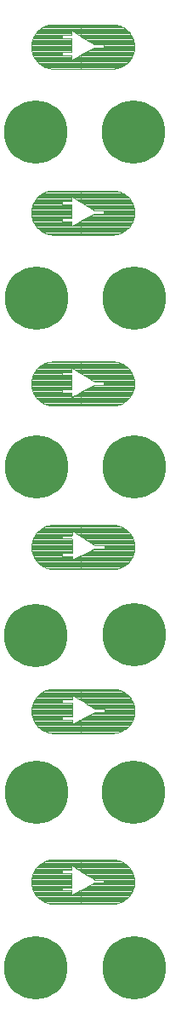
<source format=gts>
G75*
%MOIN*%
%OFA0B0*%
%FSLAX25Y25*%
%IPPOS*%
%LPD*%
%AMOC8*
5,1,8,0,0,1.08239X$1,22.5*
%
%ADD10C,0.24816*%
%ADD11C,0.00394*%
D10*
X0022985Y0075837D03*
X0023169Y0144562D03*
X0023126Y0205982D03*
X0023169Y0271822D03*
X0023186Y0337910D03*
X0023059Y0402798D03*
X0061462Y0402761D03*
X0061535Y0337972D03*
X0061609Y0271932D03*
X0061535Y0206261D03*
X0061425Y0144673D03*
X0061535Y0075911D03*
D11*
X0021946Y0106204D02*
X0021784Y0106618D01*
X0021644Y0107039D01*
X0021526Y0107467D01*
X0021430Y0107901D01*
X0021356Y0108338D01*
X0021305Y0108779D01*
X0021276Y0109222D01*
X0021270Y0109666D01*
X0021287Y0110110D01*
X0021326Y0110552D01*
X0021354Y0110772D01*
X0021427Y0111210D01*
X0021522Y0111644D01*
X0021639Y0112072D01*
X0021778Y0112494D01*
X0021939Y0112908D01*
X0022120Y0113313D01*
X0022322Y0113708D01*
X0022543Y0114093D01*
X0022785Y0114466D01*
X0023045Y0114825D01*
X0023323Y0115172D01*
X0023468Y0115339D01*
X0023772Y0115663D01*
X0024092Y0115971D01*
X0024427Y0116262D01*
X0024777Y0116535D01*
X0024957Y0116665D01*
X0025327Y0116910D01*
X0025517Y0117026D01*
X0025904Y0117242D01*
X0026102Y0117343D01*
X0026505Y0117529D01*
X0026710Y0117614D01*
X0027127Y0117768D01*
X0027550Y0117900D01*
X0027765Y0117959D01*
X0028197Y0118058D01*
X0028415Y0118099D01*
X0028854Y0118165D01*
X0029296Y0118208D01*
X0029740Y0118228D01*
X0029962Y0118230D01*
X0030405Y0118215D01*
X0030848Y0118180D01*
X0040616Y0118180D01*
X0052175Y0118180D01*
X0052618Y0118216D01*
X0053062Y0118230D01*
X0053284Y0118227D01*
X0053728Y0118203D01*
X0053950Y0118182D01*
X0054390Y0118124D01*
X0054827Y0118043D01*
X0055044Y0117994D01*
X0055474Y0117880D01*
X0055897Y0117744D01*
X0056106Y0117667D01*
X0056517Y0117498D01*
X0056719Y0117406D01*
X0057116Y0117206D01*
X0057502Y0116986D01*
X0057691Y0116869D01*
X0058059Y0116620D01*
X0058238Y0116488D01*
X0058586Y0116211D01*
X0058919Y0115917D01*
X0059237Y0115606D01*
X0059538Y0115279D01*
X0059822Y0114937D01*
X0060088Y0114581D01*
X0060335Y0114212D01*
X0060564Y0113830D01*
X0060772Y0113438D01*
X0060960Y0113035D01*
X0061127Y0112623D01*
X0061273Y0112203D01*
X0061338Y0111990D01*
X0061451Y0111560D01*
X0061542Y0111125D01*
X0061611Y0110686D01*
X0061657Y0110244D01*
X0061680Y0109800D01*
X0061684Y0109578D01*
X0061673Y0109134D01*
X0061640Y0108690D01*
X0061585Y0108249D01*
X0061507Y0107812D01*
X0061406Y0107379D01*
X0061284Y0106951D01*
X0061140Y0106531D01*
X0060974Y0106118D01*
X0060787Y0105715D01*
X0060579Y0105322D01*
X0060352Y0104940D01*
X0060106Y0104570D01*
X0059841Y0104213D01*
X0059558Y0103870D01*
X0059258Y0103542D01*
X0059102Y0103384D01*
X0058778Y0103080D01*
X0058438Y0102793D01*
X0058085Y0102524D01*
X0057718Y0102273D01*
X0057338Y0102041D01*
X0056947Y0101830D01*
X0056546Y0101638D01*
X0056135Y0101468D01*
X0055716Y0101320D01*
X0055290Y0101193D01*
X0054858Y0101089D01*
X0054640Y0101045D01*
X0054201Y0100974D01*
X0053759Y0100926D01*
X0053561Y0100895D01*
X0040669Y0100895D01*
X0040616Y0101065D01*
X0040616Y0106177D01*
X0040769Y0106307D01*
X0046097Y0109069D01*
X0049653Y0109072D01*
X0049798Y0109150D01*
X0049798Y0110261D01*
X0049613Y0110298D01*
X0046056Y0110298D01*
X0045866Y0110409D01*
X0040787Y0113607D01*
X0040616Y0113735D01*
X0040616Y0118180D01*
X0040616Y0113740D01*
X0040450Y0113819D01*
X0037256Y0115829D01*
X0037096Y0115897D01*
X0037096Y0114121D01*
X0036914Y0114081D01*
X0033362Y0114081D01*
X0033348Y0113873D01*
X0033348Y0112985D01*
X0033438Y0112853D01*
X0036990Y0112853D01*
X0037096Y0112737D01*
X0037096Y0107409D01*
X0037003Y0107280D01*
X0033451Y0107280D01*
X0033374Y0107135D01*
X0033374Y0106247D01*
X0033401Y0106052D01*
X0036953Y0106052D01*
X0037096Y0105972D01*
X0037096Y0104418D01*
X0037279Y0104497D01*
X0040432Y0106132D01*
X0040616Y0106212D01*
X0040616Y0101106D01*
X0040605Y0100895D01*
X0029283Y0100895D01*
X0029096Y0100941D01*
X0028655Y0100995D01*
X0028436Y0101029D01*
X0028001Y0101116D01*
X0027785Y0101168D01*
X0027358Y0101288D01*
X0026937Y0101431D01*
X0026524Y0101594D01*
X0026121Y0101779D01*
X0025923Y0101879D01*
X0025535Y0102095D01*
X0025345Y0102210D01*
X0024975Y0102455D01*
X0024617Y0102719D01*
X0024274Y0103000D01*
X0023946Y0103299D01*
X0023633Y0103614D01*
X0023483Y0103777D01*
X0023195Y0104116D01*
X0023058Y0104290D01*
X0022797Y0104649D01*
X0022554Y0105021D01*
X0022331Y0105405D01*
X0022128Y0105800D01*
X0021946Y0106204D01*
X0022012Y0106057D02*
X0033400Y0106057D01*
X0033374Y0106449D02*
X0021850Y0106449D01*
X0021710Y0106842D02*
X0033374Y0106842D01*
X0033427Y0107234D02*
X0021590Y0107234D01*
X0021491Y0107626D02*
X0037096Y0107626D01*
X0037096Y0108018D02*
X0021410Y0108018D01*
X0021348Y0108410D02*
X0037096Y0108410D01*
X0037096Y0108803D02*
X0021303Y0108803D01*
X0021278Y0109195D02*
X0037096Y0109195D01*
X0037096Y0109587D02*
X0021271Y0109587D01*
X0021282Y0109979D02*
X0037096Y0109979D01*
X0037096Y0110371D02*
X0021310Y0110371D01*
X0021353Y0110764D02*
X0037096Y0110764D01*
X0037096Y0111156D02*
X0021418Y0111156D01*
X0021501Y0111548D02*
X0037096Y0111548D01*
X0037096Y0111940D02*
X0021603Y0111940D01*
X0021725Y0112332D02*
X0037096Y0112332D01*
X0037096Y0112725D02*
X0021868Y0112725D01*
X0022032Y0113117D02*
X0033348Y0113117D01*
X0033348Y0113509D02*
X0022220Y0113509D01*
X0022433Y0113901D02*
X0033350Y0113901D01*
X0030381Y0118216D02*
X0029459Y0118216D01*
X0027304Y0117823D02*
X0040616Y0117823D01*
X0055649Y0117823D01*
X0056664Y0117431D02*
X0040616Y0117431D01*
X0026294Y0117431D01*
X0025540Y0117039D02*
X0040616Y0117039D01*
X0057410Y0117039D01*
X0058019Y0116647D02*
X0040616Y0116647D01*
X0024933Y0116647D01*
X0024419Y0116255D02*
X0040616Y0116255D01*
X0058532Y0116255D01*
X0058975Y0115862D02*
X0040616Y0115862D01*
X0037178Y0115862D01*
X0037096Y0115862D02*
X0023980Y0115862D01*
X0023591Y0115470D02*
X0037096Y0115470D01*
X0037096Y0115078D02*
X0023247Y0115078D01*
X0022944Y0114686D02*
X0037096Y0114686D01*
X0037096Y0114294D02*
X0022673Y0114294D01*
X0022198Y0105665D02*
X0037096Y0105665D01*
X0037096Y0105273D02*
X0022408Y0105273D01*
X0022646Y0104880D02*
X0037096Y0104880D01*
X0037096Y0104488D02*
X0022914Y0104488D01*
X0023212Y0104096D02*
X0040616Y0104096D01*
X0059744Y0104096D01*
X0060045Y0104488D02*
X0040616Y0104488D01*
X0037259Y0104488D01*
X0038018Y0104880D02*
X0040616Y0104880D01*
X0060313Y0104880D01*
X0060550Y0105273D02*
X0040616Y0105273D01*
X0038775Y0105273D01*
X0039531Y0105665D02*
X0040616Y0105665D01*
X0060760Y0105665D01*
X0060945Y0106057D02*
X0040616Y0106057D01*
X0040288Y0106057D01*
X0041044Y0106449D02*
X0061107Y0106449D01*
X0061246Y0106842D02*
X0041801Y0106842D01*
X0042557Y0107234D02*
X0061365Y0107234D01*
X0061464Y0107626D02*
X0043314Y0107626D01*
X0044071Y0108018D02*
X0061544Y0108018D01*
X0061605Y0108410D02*
X0044827Y0108410D01*
X0045584Y0108803D02*
X0061648Y0108803D01*
X0061675Y0109195D02*
X0049798Y0109195D01*
X0049798Y0109587D02*
X0061683Y0109587D01*
X0061671Y0109979D02*
X0049798Y0109979D01*
X0052617Y0118216D02*
X0053491Y0118216D01*
X0056765Y0101743D02*
X0040616Y0101743D01*
X0026200Y0101743D01*
X0025469Y0102135D02*
X0040616Y0102135D01*
X0057492Y0102135D01*
X0058089Y0102527D02*
X0040616Y0102527D01*
X0024877Y0102527D01*
X0024373Y0102919D02*
X0040616Y0102919D01*
X0058588Y0102919D01*
X0059025Y0103312D02*
X0040616Y0103312D01*
X0023933Y0103312D01*
X0023550Y0103704D02*
X0040616Y0103704D01*
X0059406Y0103704D01*
X0061228Y0112332D02*
X0042811Y0112332D01*
X0043434Y0111940D02*
X0061351Y0111940D01*
X0061454Y0111548D02*
X0044057Y0111548D01*
X0044680Y0111156D02*
X0061536Y0111156D01*
X0061599Y0110764D02*
X0045303Y0110764D01*
X0045931Y0110371D02*
X0061644Y0110371D01*
X0061086Y0112725D02*
X0042188Y0112725D01*
X0041565Y0113117D02*
X0060922Y0113117D01*
X0060734Y0113509D02*
X0040942Y0113509D01*
X0040616Y0113901D02*
X0060521Y0113901D01*
X0060281Y0114294D02*
X0040616Y0114294D01*
X0039696Y0114294D01*
X0039073Y0114686D02*
X0040616Y0114686D01*
X0060010Y0114686D01*
X0059705Y0115078D02*
X0040616Y0115078D01*
X0038450Y0115078D01*
X0037827Y0115470D02*
X0040616Y0115470D01*
X0059362Y0115470D01*
X0055803Y0101351D02*
X0040616Y0101351D01*
X0027174Y0101351D01*
X0028955Y0100958D02*
X0040608Y0100958D01*
X0040649Y0100958D02*
X0054058Y0100958D01*
X0053635Y0167695D02*
X0053833Y0167725D01*
X0054275Y0167774D01*
X0054714Y0167844D01*
X0054932Y0167888D01*
X0055364Y0167993D01*
X0055790Y0168119D01*
X0056209Y0168268D01*
X0056620Y0168438D01*
X0057021Y0168629D01*
X0057412Y0168841D01*
X0057791Y0169072D01*
X0058158Y0169323D01*
X0058512Y0169593D01*
X0058851Y0169880D01*
X0059176Y0170184D01*
X0059332Y0170342D01*
X0059632Y0170670D01*
X0059915Y0171013D01*
X0060179Y0171370D01*
X0060426Y0171739D01*
X0060653Y0172122D01*
X0060860Y0172515D01*
X0061047Y0172918D01*
X0061213Y0173330D01*
X0061357Y0173751D01*
X0061480Y0174178D01*
X0061580Y0174611D01*
X0061658Y0175049D01*
X0061714Y0175490D01*
X0061747Y0175933D01*
X0061757Y0176378D01*
X0061754Y0176600D01*
X0061730Y0177044D01*
X0061684Y0177486D01*
X0061616Y0177925D01*
X0061525Y0178360D01*
X0061411Y0178790D01*
X0061347Y0179003D01*
X0061201Y0179422D01*
X0061034Y0179834D01*
X0060846Y0180237D01*
X0060637Y0180630D01*
X0060409Y0181011D01*
X0060162Y0181381D01*
X0059896Y0181737D01*
X0059612Y0182079D01*
X0059311Y0182406D01*
X0058993Y0182717D01*
X0058660Y0183011D01*
X0058312Y0183288D01*
X0058133Y0183419D01*
X0057765Y0183668D01*
X0057576Y0183786D01*
X0057190Y0184006D01*
X0056793Y0184206D01*
X0056591Y0184298D01*
X0056179Y0184467D01*
X0055971Y0184543D01*
X0055547Y0184679D01*
X0055118Y0184794D01*
X0054901Y0184843D01*
X0054464Y0184924D01*
X0054023Y0184982D01*
X0053802Y0185002D01*
X0053358Y0185027D01*
X0053136Y0185030D01*
X0052692Y0185015D01*
X0052249Y0184980D01*
X0040690Y0184980D01*
X0040690Y0180534D01*
X0040860Y0180406D01*
X0045939Y0177209D01*
X0046130Y0177098D01*
X0049686Y0177098D01*
X0049872Y0177061D01*
X0049872Y0175950D01*
X0049727Y0175872D01*
X0046171Y0175868D01*
X0040843Y0173106D01*
X0040690Y0172977D01*
X0040690Y0167864D01*
X0040742Y0167695D01*
X0053635Y0167695D01*
X0055478Y0168027D02*
X0040690Y0168027D01*
X0027649Y0168027D01*
X0027859Y0167968D02*
X0027431Y0168088D01*
X0027011Y0168230D01*
X0026598Y0168394D01*
X0026194Y0168579D01*
X0025996Y0168679D01*
X0025608Y0168895D01*
X0025419Y0169010D01*
X0025048Y0169255D01*
X0024691Y0169518D01*
X0024348Y0169800D01*
X0024019Y0170099D01*
X0023707Y0170414D01*
X0023556Y0170577D01*
X0023269Y0170915D01*
X0023131Y0171090D01*
X0022870Y0171449D01*
X0022628Y0171821D01*
X0022405Y0172205D01*
X0022202Y0172599D01*
X0022019Y0173004D01*
X0021858Y0173418D01*
X0021718Y0173839D01*
X0021600Y0174267D01*
X0021504Y0174700D01*
X0021430Y0175138D01*
X0021379Y0175579D01*
X0021350Y0176022D01*
X0021344Y0176466D01*
X0021360Y0176909D01*
X0021399Y0177352D01*
X0021427Y0177572D01*
X0021500Y0178010D01*
X0021596Y0178443D01*
X0021713Y0178872D01*
X0021852Y0179293D01*
X0022012Y0179707D01*
X0022194Y0180112D01*
X0022395Y0180508D01*
X0022617Y0180892D01*
X0022858Y0181265D01*
X0023118Y0181625D01*
X0023396Y0181971D01*
X0023542Y0182139D01*
X0023846Y0182462D01*
X0024166Y0182770D01*
X0024501Y0183061D01*
X0024851Y0183334D01*
X0025031Y0183464D01*
X0025401Y0183710D01*
X0025590Y0183826D01*
X0025978Y0184042D01*
X0026176Y0184142D01*
X0026579Y0184328D01*
X0026784Y0184413D01*
X0027200Y0184567D01*
X0027624Y0184700D01*
X0027838Y0184758D01*
X0028271Y0184858D01*
X0028489Y0184899D01*
X0028928Y0184965D01*
X0029370Y0185008D01*
X0029813Y0185028D01*
X0030035Y0185030D01*
X0030479Y0185015D01*
X0030922Y0184980D01*
X0040690Y0184980D01*
X0040690Y0180540D01*
X0040524Y0180618D01*
X0037330Y0182629D01*
X0037170Y0182697D01*
X0037170Y0180921D01*
X0036988Y0180881D01*
X0033436Y0180881D01*
X0033422Y0180673D01*
X0033422Y0179785D01*
X0033512Y0179652D01*
X0037064Y0179652D01*
X0037170Y0179537D01*
X0037170Y0174208D01*
X0037077Y0174079D01*
X0033525Y0174079D01*
X0033448Y0173934D01*
X0033448Y0173046D01*
X0033475Y0172851D01*
X0037027Y0172851D01*
X0037170Y0172772D01*
X0037170Y0171218D01*
X0037352Y0171297D01*
X0040506Y0172932D01*
X0040690Y0173012D01*
X0040690Y0167906D01*
X0040679Y0167695D01*
X0029357Y0167695D01*
X0029170Y0167741D01*
X0028729Y0167794D01*
X0028510Y0167829D01*
X0028074Y0167916D01*
X0027859Y0167968D01*
X0026544Y0168419D02*
X0040690Y0168419D01*
X0056573Y0168419D01*
X0057356Y0168811D02*
X0040690Y0168811D01*
X0025759Y0168811D01*
X0025126Y0169203D02*
X0040690Y0169203D01*
X0057983Y0169203D01*
X0058515Y0169595D02*
X0040690Y0169595D01*
X0024597Y0169595D01*
X0024141Y0169988D02*
X0040690Y0169988D01*
X0058967Y0169988D01*
X0059367Y0170380D02*
X0040690Y0170380D01*
X0023740Y0170380D01*
X0023390Y0170772D02*
X0040690Y0170772D01*
X0059716Y0170772D01*
X0060027Y0171164D02*
X0040690Y0171164D01*
X0023077Y0171164D01*
X0022800Y0171557D02*
X0037170Y0171557D01*
X0037170Y0171949D02*
X0022554Y0171949D01*
X0022335Y0172341D02*
X0037170Y0172341D01*
X0037170Y0172733D02*
X0022142Y0172733D01*
X0021972Y0173125D02*
X0033448Y0173125D01*
X0033448Y0173518D02*
X0021825Y0173518D01*
X0021698Y0173910D02*
X0033448Y0173910D01*
X0033422Y0179793D02*
X0022051Y0179793D01*
X0021894Y0179401D02*
X0037170Y0179401D01*
X0037170Y0179009D02*
X0021758Y0179009D01*
X0021643Y0178616D02*
X0037170Y0178616D01*
X0037170Y0178224D02*
X0021548Y0178224D01*
X0021471Y0177832D02*
X0037170Y0177832D01*
X0037170Y0177440D02*
X0021411Y0177440D01*
X0021372Y0177047D02*
X0037170Y0177047D01*
X0037170Y0176655D02*
X0021351Y0176655D01*
X0021346Y0176263D02*
X0037170Y0176263D01*
X0037170Y0175871D02*
X0021360Y0175871D01*
X0021390Y0175479D02*
X0037170Y0175479D01*
X0037170Y0175086D02*
X0021438Y0175086D01*
X0021505Y0174694D02*
X0037170Y0174694D01*
X0037170Y0174302D02*
X0021592Y0174302D01*
X0022231Y0180185D02*
X0033422Y0180185D01*
X0033422Y0180577D02*
X0022436Y0180577D01*
X0022667Y0180970D02*
X0037170Y0180970D01*
X0037170Y0181362D02*
X0022928Y0181362D01*
X0023222Y0181754D02*
X0037170Y0181754D01*
X0037170Y0182146D02*
X0023549Y0182146D01*
X0023925Y0182538D02*
X0037170Y0182538D01*
X0037473Y0182538D02*
X0040690Y0182538D01*
X0059175Y0182538D01*
X0059549Y0182146D02*
X0040690Y0182146D01*
X0038096Y0182146D01*
X0038720Y0181754D02*
X0040690Y0181754D01*
X0059881Y0181754D01*
X0060174Y0181362D02*
X0040690Y0181362D01*
X0039343Y0181362D01*
X0039966Y0180970D02*
X0040690Y0180970D01*
X0060434Y0180970D01*
X0060665Y0180577D02*
X0040690Y0180577D01*
X0040610Y0180577D01*
X0041212Y0180185D02*
X0060870Y0180185D01*
X0061050Y0179793D02*
X0041835Y0179793D01*
X0042458Y0179401D02*
X0061208Y0179401D01*
X0061345Y0179009D02*
X0043081Y0179009D01*
X0043704Y0178616D02*
X0061457Y0178616D01*
X0061553Y0178224D02*
X0044327Y0178224D01*
X0044950Y0177832D02*
X0061630Y0177832D01*
X0061689Y0177440D02*
X0045572Y0177440D01*
X0045419Y0175479D02*
X0061712Y0175479D01*
X0061742Y0175871D02*
X0048570Y0175871D01*
X0049872Y0176263D02*
X0061755Y0176263D01*
X0061751Y0176655D02*
X0049872Y0176655D01*
X0049872Y0177047D02*
X0061730Y0177047D01*
X0061663Y0175086D02*
X0044662Y0175086D01*
X0043906Y0174694D02*
X0061595Y0174694D01*
X0061509Y0174302D02*
X0043149Y0174302D01*
X0042393Y0173910D02*
X0061403Y0173910D01*
X0061277Y0173518D02*
X0041636Y0173518D01*
X0040879Y0173125D02*
X0061131Y0173125D01*
X0060961Y0172733D02*
X0040690Y0172733D01*
X0040123Y0172733D01*
X0040690Y0172341D02*
X0039367Y0172341D01*
X0038610Y0171949D02*
X0040690Y0171949D01*
X0060550Y0171949D01*
X0060769Y0172341D02*
X0040690Y0172341D01*
X0040690Y0171557D02*
X0060304Y0171557D01*
X0058750Y0182931D02*
X0040690Y0182931D01*
X0024350Y0182931D01*
X0024836Y0183323D02*
X0040690Y0183323D01*
X0058264Y0183323D01*
X0057690Y0183715D02*
X0040690Y0183715D01*
X0025409Y0183715D01*
X0026107Y0184107D02*
X0040690Y0184107D01*
X0056989Y0184107D01*
X0056090Y0184500D02*
X0040690Y0184500D01*
X0027017Y0184500D01*
X0028451Y0184892D02*
X0040690Y0184892D01*
X0054637Y0184892D01*
X0053635Y0231846D02*
X0053833Y0231877D01*
X0054275Y0231925D01*
X0054714Y0231996D01*
X0054932Y0232040D01*
X0055364Y0232144D01*
X0055790Y0232271D01*
X0056209Y0232419D01*
X0056620Y0232589D01*
X0057021Y0232781D01*
X0057412Y0232992D01*
X0057791Y0233224D01*
X0058158Y0233475D01*
X0058512Y0233744D01*
X0058851Y0234031D01*
X0059176Y0234335D01*
X0059332Y0234493D01*
X0059632Y0234821D01*
X0059915Y0235164D01*
X0060179Y0235521D01*
X0060426Y0235891D01*
X0060653Y0236273D01*
X0060860Y0236666D01*
X0061047Y0237070D01*
X0061213Y0237482D01*
X0061357Y0237902D01*
X0061480Y0238330D01*
X0061580Y0238763D01*
X0061658Y0239200D01*
X0061714Y0239641D01*
X0061747Y0240085D01*
X0061757Y0240529D01*
X0061754Y0240751D01*
X0061730Y0241195D01*
X0061684Y0241637D01*
X0061616Y0242076D01*
X0061525Y0242512D01*
X0061411Y0242941D01*
X0061347Y0243154D01*
X0061201Y0243574D01*
X0061034Y0243986D01*
X0060846Y0244389D01*
X0060637Y0244781D01*
X0060409Y0245163D01*
X0060162Y0245532D01*
X0059896Y0245888D01*
X0059612Y0246230D01*
X0059311Y0246557D01*
X0058993Y0246868D01*
X0058660Y0247162D01*
X0058312Y0247439D01*
X0058133Y0247571D01*
X0057765Y0247820D01*
X0057576Y0247937D01*
X0057190Y0248158D01*
X0056793Y0248357D01*
X0056591Y0248449D01*
X0056179Y0248618D01*
X0055971Y0248695D01*
X0055547Y0248831D01*
X0055118Y0248945D01*
X0054901Y0248994D01*
X0054464Y0249075D01*
X0054023Y0249133D01*
X0053802Y0249154D01*
X0053358Y0249178D01*
X0053136Y0249181D01*
X0052692Y0249167D01*
X0052249Y0249132D01*
X0040690Y0249132D01*
X0040690Y0244686D01*
X0040860Y0244558D01*
X0045939Y0241360D01*
X0046130Y0241250D01*
X0049686Y0241250D01*
X0049872Y0241212D01*
X0049872Y0240101D01*
X0049727Y0240023D01*
X0046171Y0240020D01*
X0040843Y0237258D01*
X0040690Y0237129D01*
X0040690Y0232016D01*
X0040742Y0231846D01*
X0053635Y0231846D01*
X0054474Y0231957D02*
X0040708Y0231957D01*
X0040684Y0231957D02*
X0028657Y0231957D01*
X0028729Y0231946D02*
X0029170Y0231892D01*
X0029357Y0231846D01*
X0040679Y0231846D01*
X0040690Y0232057D01*
X0040690Y0237163D01*
X0040506Y0237083D01*
X0037352Y0235448D01*
X0037170Y0235369D01*
X0037170Y0236923D01*
X0037027Y0237003D01*
X0033475Y0237003D01*
X0033448Y0237198D01*
X0033448Y0238086D01*
X0033525Y0238231D01*
X0037077Y0238231D01*
X0037170Y0238360D01*
X0037170Y0243688D01*
X0037064Y0243804D01*
X0033512Y0243804D01*
X0033422Y0243936D01*
X0033422Y0244824D01*
X0033436Y0245032D01*
X0036988Y0245032D01*
X0037170Y0245072D01*
X0037170Y0246848D01*
X0037330Y0246780D01*
X0040524Y0244770D01*
X0040690Y0244691D01*
X0040690Y0249132D01*
X0030922Y0249132D01*
X0030479Y0249166D01*
X0030035Y0249181D01*
X0029813Y0249180D01*
X0029370Y0249159D01*
X0028928Y0249116D01*
X0028489Y0249050D01*
X0028271Y0249009D01*
X0027838Y0248910D01*
X0027624Y0248852D01*
X0027200Y0248719D01*
X0026784Y0248565D01*
X0026579Y0248480D01*
X0026176Y0248294D01*
X0025978Y0248193D01*
X0025590Y0247977D01*
X0025401Y0247861D01*
X0025031Y0247616D01*
X0024851Y0247486D01*
X0024501Y0247213D01*
X0024166Y0246922D01*
X0023846Y0246614D01*
X0023542Y0246290D01*
X0023396Y0246123D01*
X0023118Y0245777D01*
X0022858Y0245417D01*
X0022617Y0245044D01*
X0022395Y0244659D01*
X0022194Y0244264D01*
X0022012Y0243859D01*
X0021852Y0243445D01*
X0021713Y0243023D01*
X0021596Y0242595D01*
X0021500Y0242161D01*
X0021427Y0241723D01*
X0021399Y0241503D01*
X0021360Y0241061D01*
X0021344Y0240617D01*
X0021350Y0240173D01*
X0021379Y0239730D01*
X0021430Y0239289D01*
X0021504Y0238852D01*
X0021600Y0238418D01*
X0021718Y0237990D01*
X0021858Y0237569D01*
X0022019Y0237156D01*
X0022202Y0236751D01*
X0022405Y0236356D01*
X0022628Y0235972D01*
X0022870Y0235600D01*
X0023131Y0235241D01*
X0023269Y0235067D01*
X0023556Y0234729D01*
X0023707Y0234565D01*
X0024019Y0234250D01*
X0024348Y0233951D01*
X0024691Y0233670D01*
X0025048Y0233406D01*
X0025419Y0233161D01*
X0025608Y0233046D01*
X0025996Y0232831D01*
X0026194Y0232730D01*
X0026598Y0232545D01*
X0027011Y0232382D01*
X0027431Y0232239D01*
X0027859Y0232119D01*
X0028074Y0232067D01*
X0028510Y0231981D01*
X0028729Y0231946D01*
X0027106Y0232349D02*
X0040690Y0232349D01*
X0056011Y0232349D01*
X0056939Y0232742D02*
X0040690Y0232742D01*
X0026172Y0232742D01*
X0025464Y0233134D02*
X0040690Y0233134D01*
X0057644Y0233134D01*
X0058226Y0233526D02*
X0040690Y0233526D01*
X0024886Y0233526D01*
X0024388Y0233918D02*
X0040690Y0233918D01*
X0058718Y0233918D01*
X0059149Y0234310D02*
X0040690Y0234310D01*
X0023959Y0234310D01*
X0023580Y0234703D02*
X0040690Y0234703D01*
X0059523Y0234703D01*
X0059857Y0235095D02*
X0040690Y0235095D01*
X0023246Y0235095D01*
X0022953Y0235487D02*
X0037170Y0235487D01*
X0037428Y0235487D02*
X0040690Y0235487D01*
X0060154Y0235487D01*
X0060418Y0235879D02*
X0040690Y0235879D01*
X0038184Y0235879D01*
X0038941Y0236272D02*
X0040690Y0236272D01*
X0060652Y0236272D01*
X0060859Y0236664D02*
X0040690Y0236664D01*
X0039697Y0236664D01*
X0040453Y0237056D02*
X0040690Y0237056D01*
X0061041Y0237056D01*
X0061200Y0237448D02*
X0041210Y0237448D01*
X0041967Y0237840D02*
X0061336Y0237840D01*
X0061452Y0238233D02*
X0042723Y0238233D01*
X0043480Y0238625D02*
X0061548Y0238625D01*
X0061626Y0239017D02*
X0044236Y0239017D01*
X0044993Y0239409D02*
X0061685Y0239409D01*
X0061726Y0239801D02*
X0045750Y0239801D01*
X0045923Y0241370D02*
X0061712Y0241370D01*
X0061742Y0240978D02*
X0049872Y0240978D01*
X0049872Y0240586D02*
X0061756Y0240586D01*
X0061749Y0240194D02*
X0049872Y0240194D01*
X0045300Y0241762D02*
X0061665Y0241762D01*
X0061599Y0242155D02*
X0044677Y0242155D01*
X0044054Y0242547D02*
X0061515Y0242547D01*
X0061412Y0242939D02*
X0043432Y0242939D01*
X0042809Y0243331D02*
X0061285Y0243331D01*
X0061140Y0243724D02*
X0042186Y0243724D01*
X0041563Y0244116D02*
X0060973Y0244116D01*
X0060782Y0244508D02*
X0040940Y0244508D01*
X0040690Y0244900D02*
X0060566Y0244900D01*
X0060322Y0245292D02*
X0040690Y0245292D01*
X0039694Y0245292D01*
X0040317Y0244900D02*
X0040690Y0244900D01*
X0040690Y0245685D02*
X0060048Y0245685D01*
X0059739Y0246077D02*
X0040690Y0246077D01*
X0038447Y0246077D01*
X0037824Y0246469D02*
X0040690Y0246469D01*
X0059392Y0246469D01*
X0059000Y0246861D02*
X0040690Y0246861D01*
X0024103Y0246861D01*
X0023710Y0246469D02*
X0037170Y0246469D01*
X0037170Y0246077D02*
X0023359Y0246077D01*
X0023052Y0245685D02*
X0037170Y0245685D01*
X0037170Y0245292D02*
X0022778Y0245292D01*
X0022534Y0244900D02*
X0033427Y0244900D01*
X0033422Y0244508D02*
X0022318Y0244508D01*
X0022127Y0244116D02*
X0033422Y0244116D01*
X0033448Y0237840D02*
X0021768Y0237840D01*
X0021651Y0238233D02*
X0037078Y0238233D01*
X0037170Y0238625D02*
X0021554Y0238625D01*
X0021476Y0239017D02*
X0037170Y0239017D01*
X0037170Y0239409D02*
X0021416Y0239409D01*
X0021374Y0239801D02*
X0037170Y0239801D01*
X0037170Y0240194D02*
X0021350Y0240194D01*
X0021344Y0240586D02*
X0037170Y0240586D01*
X0037170Y0240978D02*
X0021357Y0240978D01*
X0021388Y0241370D02*
X0037170Y0241370D01*
X0037170Y0241762D02*
X0021434Y0241762D01*
X0021499Y0242155D02*
X0037170Y0242155D01*
X0037170Y0242547D02*
X0021585Y0242547D01*
X0021690Y0242939D02*
X0037170Y0242939D01*
X0037170Y0243331D02*
X0021815Y0243331D01*
X0021960Y0243724D02*
X0037137Y0243724D01*
X0037170Y0236664D02*
X0022247Y0236664D01*
X0022064Y0237056D02*
X0033467Y0237056D01*
X0033448Y0237448D02*
X0021905Y0237448D01*
X0022454Y0236272D02*
X0037170Y0236272D01*
X0037170Y0235879D02*
X0022689Y0235879D01*
X0024553Y0247253D02*
X0040690Y0247253D01*
X0058545Y0247253D01*
X0058022Y0247646D02*
X0040690Y0247646D01*
X0025076Y0247646D01*
X0025699Y0248038D02*
X0040690Y0248038D01*
X0057400Y0248038D01*
X0056633Y0248430D02*
X0040690Y0248430D01*
X0026471Y0248430D01*
X0027531Y0248822D02*
X0040690Y0248822D01*
X0055574Y0248822D01*
X0053561Y0295777D02*
X0053759Y0295808D01*
X0054201Y0295856D01*
X0054640Y0295927D01*
X0054858Y0295970D01*
X0055290Y0296075D01*
X0055716Y0296202D01*
X0056135Y0296350D01*
X0056546Y0296520D01*
X0056947Y0296711D01*
X0057338Y0296923D01*
X0057718Y0297155D01*
X0058085Y0297405D01*
X0058438Y0297675D01*
X0058778Y0297962D01*
X0059102Y0298266D01*
X0059258Y0298424D01*
X0059558Y0298752D01*
X0059841Y0299095D01*
X0060106Y0299452D01*
X0060352Y0299822D01*
X0060579Y0300204D01*
X0060787Y0300597D01*
X0060974Y0301000D01*
X0061140Y0301413D01*
X0061284Y0301833D01*
X0061406Y0302260D01*
X0061507Y0302693D01*
X0061585Y0303131D01*
X0061640Y0303572D01*
X0061673Y0304015D01*
X0061684Y0304460D01*
X0061680Y0304682D01*
X0061657Y0305126D01*
X0061611Y0305568D01*
X0061542Y0306007D01*
X0061451Y0306442D01*
X0061338Y0306872D01*
X0061273Y0307085D01*
X0061127Y0307505D01*
X0060960Y0307917D01*
X0060772Y0308319D01*
X0060564Y0308712D01*
X0060335Y0309093D01*
X0060088Y0309463D01*
X0059822Y0309819D01*
X0059538Y0310161D01*
X0059237Y0310488D01*
X0058919Y0310799D01*
X0058586Y0311093D01*
X0058238Y0311370D01*
X0058059Y0311502D01*
X0057691Y0311751D01*
X0057502Y0311868D01*
X0057116Y0312088D01*
X0056719Y0312288D01*
X0056517Y0312380D01*
X0056106Y0312549D01*
X0055897Y0312625D01*
X0055474Y0312762D01*
X0055044Y0312876D01*
X0054827Y0312925D01*
X0054390Y0313006D01*
X0053950Y0313064D01*
X0053728Y0313085D01*
X0053284Y0313109D01*
X0053062Y0313112D01*
X0052618Y0313098D01*
X0052175Y0313062D01*
X0040616Y0313062D01*
X0040616Y0308617D01*
X0040787Y0308489D01*
X0045866Y0305291D01*
X0046056Y0305180D01*
X0049613Y0305180D01*
X0049798Y0305143D01*
X0049798Y0304032D01*
X0049653Y0303954D01*
X0046097Y0303951D01*
X0040769Y0301189D01*
X0040616Y0301059D01*
X0040616Y0295947D01*
X0040669Y0295777D01*
X0053561Y0295777D01*
X0054399Y0295888D02*
X0040634Y0295888D01*
X0040611Y0295888D02*
X0028584Y0295888D01*
X0028655Y0295876D02*
X0029096Y0295823D01*
X0029283Y0295777D01*
X0040605Y0295777D01*
X0040616Y0295988D01*
X0040616Y0301094D01*
X0040432Y0301014D01*
X0037279Y0299379D01*
X0037096Y0299300D01*
X0037096Y0300854D01*
X0036953Y0300933D01*
X0033401Y0300933D01*
X0033374Y0301128D01*
X0033374Y0302016D01*
X0033451Y0302162D01*
X0037003Y0302162D01*
X0037096Y0302291D01*
X0037096Y0307619D01*
X0036990Y0307735D01*
X0033438Y0307735D01*
X0033348Y0307867D01*
X0033348Y0308755D01*
X0033362Y0308963D01*
X0036914Y0308963D01*
X0037096Y0309003D01*
X0037096Y0310779D01*
X0037256Y0310711D01*
X0040450Y0308701D01*
X0040616Y0308622D01*
X0040616Y0313062D01*
X0030848Y0313062D01*
X0030405Y0313097D01*
X0029962Y0313112D01*
X0029740Y0313110D01*
X0029296Y0313090D01*
X0028854Y0313047D01*
X0028415Y0312981D01*
X0028197Y0312940D01*
X0027765Y0312840D01*
X0027550Y0312782D01*
X0027127Y0312650D01*
X0026710Y0312496D01*
X0026505Y0312411D01*
X0026102Y0312225D01*
X0025904Y0312124D01*
X0025517Y0311908D01*
X0025327Y0311792D01*
X0024957Y0311546D01*
X0024777Y0311417D01*
X0024427Y0311143D01*
X0024092Y0310852D01*
X0023772Y0310545D01*
X0023468Y0310221D01*
X0023323Y0310053D01*
X0023045Y0309707D01*
X0022785Y0309347D01*
X0022543Y0308975D01*
X0022322Y0308590D01*
X0022120Y0308195D01*
X0021939Y0307789D01*
X0021778Y0307375D01*
X0021639Y0306954D01*
X0021522Y0306526D01*
X0021427Y0306092D01*
X0021354Y0305654D01*
X0021326Y0305434D01*
X0021287Y0304992D01*
X0021270Y0304548D01*
X0021276Y0304104D01*
X0021305Y0303661D01*
X0021356Y0303220D01*
X0021430Y0302782D01*
X0021526Y0302349D01*
X0021644Y0301921D01*
X0021784Y0301500D01*
X0021946Y0301086D01*
X0022128Y0300682D01*
X0022331Y0300287D01*
X0022554Y0299903D01*
X0022797Y0299531D01*
X0023058Y0299172D01*
X0023195Y0298997D01*
X0023483Y0298659D01*
X0023633Y0298496D01*
X0023946Y0298181D01*
X0024274Y0297882D01*
X0024617Y0297601D01*
X0024975Y0297337D01*
X0025345Y0297092D01*
X0025535Y0296977D01*
X0025923Y0296761D01*
X0026121Y0296661D01*
X0026524Y0296476D01*
X0026937Y0296313D01*
X0027358Y0296170D01*
X0027785Y0296050D01*
X0028001Y0295998D01*
X0028436Y0295911D01*
X0028655Y0295876D01*
X0027033Y0296280D02*
X0040616Y0296280D01*
X0055937Y0296280D01*
X0056865Y0296672D02*
X0040616Y0296672D01*
X0026099Y0296672D01*
X0025391Y0297064D02*
X0040616Y0297064D01*
X0057570Y0297064D01*
X0058152Y0297457D02*
X0040616Y0297457D01*
X0024812Y0297457D01*
X0024315Y0297849D02*
X0040616Y0297849D01*
X0058644Y0297849D01*
X0059076Y0298241D02*
X0040616Y0298241D01*
X0023886Y0298241D01*
X0023507Y0298633D02*
X0040616Y0298633D01*
X0059450Y0298633D01*
X0059784Y0299025D02*
X0040616Y0299025D01*
X0023173Y0299025D01*
X0022879Y0299418D02*
X0037096Y0299418D01*
X0037354Y0299418D02*
X0040616Y0299418D01*
X0060081Y0299418D01*
X0060345Y0299810D02*
X0040616Y0299810D01*
X0038110Y0299810D01*
X0038867Y0300202D02*
X0040616Y0300202D01*
X0060578Y0300202D01*
X0060785Y0300594D02*
X0040616Y0300594D01*
X0039623Y0300594D01*
X0040379Y0300987D02*
X0040616Y0300987D01*
X0060967Y0300987D01*
X0061126Y0301379D02*
X0041136Y0301379D01*
X0041893Y0301771D02*
X0061262Y0301771D01*
X0061378Y0302163D02*
X0042649Y0302163D01*
X0043406Y0302555D02*
X0061475Y0302555D01*
X0061552Y0302948D02*
X0044162Y0302948D01*
X0044919Y0303340D02*
X0061611Y0303340D01*
X0061652Y0303732D02*
X0045676Y0303732D01*
X0045850Y0305301D02*
X0061639Y0305301D01*
X0061668Y0304909D02*
X0049798Y0304909D01*
X0049798Y0304516D02*
X0061683Y0304516D01*
X0061676Y0304124D02*
X0049798Y0304124D01*
X0045227Y0305693D02*
X0061591Y0305693D01*
X0061526Y0306085D02*
X0044604Y0306085D01*
X0043981Y0306477D02*
X0061442Y0306477D01*
X0061338Y0306870D02*
X0043358Y0306870D01*
X0042735Y0307262D02*
X0061212Y0307262D01*
X0061067Y0307654D02*
X0042112Y0307654D01*
X0041489Y0308046D02*
X0060900Y0308046D01*
X0060709Y0308439D02*
X0040866Y0308439D01*
X0040616Y0308831D02*
X0060493Y0308831D01*
X0060249Y0309223D02*
X0040616Y0309223D01*
X0039620Y0309223D01*
X0038997Y0309615D02*
X0040616Y0309615D01*
X0059974Y0309615D01*
X0059665Y0310007D02*
X0040616Y0310007D01*
X0038374Y0310007D01*
X0037751Y0310400D02*
X0040616Y0310400D01*
X0059318Y0310400D01*
X0058926Y0310792D02*
X0040616Y0310792D01*
X0024029Y0310792D01*
X0023636Y0310400D02*
X0037096Y0310400D01*
X0037096Y0310007D02*
X0023286Y0310007D01*
X0022978Y0309615D02*
X0037096Y0309615D01*
X0037096Y0309223D02*
X0022704Y0309223D01*
X0022461Y0308831D02*
X0033353Y0308831D01*
X0033348Y0308439D02*
X0022244Y0308439D01*
X0022054Y0308046D02*
X0033348Y0308046D01*
X0033374Y0301771D02*
X0021694Y0301771D01*
X0021577Y0302163D02*
X0037004Y0302163D01*
X0037096Y0302555D02*
X0021480Y0302555D01*
X0021402Y0302948D02*
X0037096Y0302948D01*
X0037096Y0303340D02*
X0021342Y0303340D01*
X0021300Y0303732D02*
X0037096Y0303732D01*
X0037096Y0304124D02*
X0021276Y0304124D01*
X0021270Y0304516D02*
X0037096Y0304516D01*
X0037096Y0304909D02*
X0021284Y0304909D01*
X0021314Y0305301D02*
X0037096Y0305301D01*
X0037096Y0305693D02*
X0021360Y0305693D01*
X0021426Y0306085D02*
X0037096Y0306085D01*
X0037096Y0306477D02*
X0021511Y0306477D01*
X0021616Y0306870D02*
X0037096Y0306870D01*
X0037096Y0307262D02*
X0021741Y0307262D01*
X0021886Y0307654D02*
X0037064Y0307654D01*
X0037096Y0300594D02*
X0022173Y0300594D01*
X0021991Y0300987D02*
X0033394Y0300987D01*
X0033374Y0301379D02*
X0021832Y0301379D01*
X0022381Y0300202D02*
X0037096Y0300202D01*
X0037096Y0299810D02*
X0022615Y0299810D01*
X0024479Y0311184D02*
X0040616Y0311184D01*
X0058472Y0311184D01*
X0057949Y0311576D02*
X0040616Y0311576D01*
X0025002Y0311576D01*
X0025625Y0311968D02*
X0040616Y0311968D01*
X0057326Y0311968D01*
X0056560Y0312361D02*
X0040616Y0312361D01*
X0026397Y0312361D01*
X0027456Y0312753D02*
X0040616Y0312753D01*
X0055501Y0312753D01*
X0053561Y0362706D02*
X0053759Y0362737D01*
X0054201Y0362785D01*
X0054640Y0362856D01*
X0054858Y0362900D01*
X0055290Y0363004D01*
X0055716Y0363131D01*
X0056135Y0363279D01*
X0056546Y0363449D01*
X0056947Y0363641D01*
X0057338Y0363852D01*
X0057718Y0364084D01*
X0058085Y0364335D01*
X0058438Y0364604D01*
X0058778Y0364891D01*
X0059102Y0365195D01*
X0059258Y0365353D01*
X0059558Y0365681D01*
X0059841Y0366024D01*
X0060106Y0366381D01*
X0060352Y0366751D01*
X0060579Y0367133D01*
X0060787Y0367526D01*
X0060974Y0367929D01*
X0061140Y0368342D01*
X0061284Y0368762D01*
X0061406Y0369190D01*
X0061507Y0369623D01*
X0061585Y0370060D01*
X0061640Y0370501D01*
X0061673Y0370945D01*
X0061684Y0371389D01*
X0061680Y0371611D01*
X0061657Y0372055D01*
X0061611Y0372497D01*
X0061542Y0372936D01*
X0061451Y0373371D01*
X0061338Y0373801D01*
X0061273Y0374014D01*
X0061127Y0374434D01*
X0060960Y0374846D01*
X0060772Y0375249D01*
X0060564Y0375641D01*
X0060335Y0376023D01*
X0060088Y0376392D01*
X0059822Y0376748D01*
X0059538Y0377090D01*
X0059237Y0377417D01*
X0058919Y0377728D01*
X0058586Y0378022D01*
X0058238Y0378299D01*
X0058059Y0378431D01*
X0057691Y0378680D01*
X0057502Y0378797D01*
X0057116Y0379017D01*
X0056719Y0379217D01*
X0056517Y0379309D01*
X0056106Y0379478D01*
X0055897Y0379555D01*
X0055474Y0379691D01*
X0055044Y0379805D01*
X0054827Y0379854D01*
X0054390Y0379935D01*
X0053950Y0379993D01*
X0053728Y0380014D01*
X0053284Y0380038D01*
X0053062Y0380041D01*
X0052618Y0380027D01*
X0052175Y0379991D01*
X0040616Y0379991D01*
X0040616Y0375546D01*
X0040787Y0375418D01*
X0045866Y0372220D01*
X0046056Y0372109D01*
X0049613Y0372109D01*
X0049798Y0372072D01*
X0049798Y0370961D01*
X0049653Y0370883D01*
X0046097Y0370880D01*
X0040769Y0368118D01*
X0040616Y0367988D01*
X0040616Y0362876D01*
X0040669Y0362706D01*
X0053561Y0362706D01*
X0055092Y0362956D02*
X0040616Y0362956D01*
X0027881Y0362956D01*
X0027785Y0362979D02*
X0028001Y0362927D01*
X0028436Y0362840D01*
X0028655Y0362806D01*
X0029096Y0362752D01*
X0029283Y0362706D01*
X0040605Y0362706D01*
X0040616Y0362917D01*
X0040616Y0368023D01*
X0040432Y0367943D01*
X0037279Y0366308D01*
X0037096Y0366229D01*
X0037096Y0367783D01*
X0036953Y0367863D01*
X0033401Y0367863D01*
X0033374Y0368058D01*
X0033374Y0368946D01*
X0033451Y0369091D01*
X0037003Y0369091D01*
X0037096Y0369220D01*
X0037096Y0374548D01*
X0036990Y0374664D01*
X0033438Y0374664D01*
X0033348Y0374796D01*
X0033348Y0375684D01*
X0033362Y0375892D01*
X0036914Y0375892D01*
X0037096Y0375932D01*
X0037096Y0377708D01*
X0037256Y0377640D01*
X0040450Y0375630D01*
X0040616Y0375551D01*
X0040616Y0379991D01*
X0030848Y0379991D01*
X0030405Y0380026D01*
X0029962Y0380041D01*
X0029740Y0380039D01*
X0029296Y0380019D01*
X0028854Y0379976D01*
X0028415Y0379910D01*
X0028197Y0379869D01*
X0027765Y0379770D01*
X0027550Y0379711D01*
X0027127Y0379579D01*
X0026710Y0379425D01*
X0026505Y0379340D01*
X0026102Y0379154D01*
X0025904Y0379053D01*
X0025517Y0378837D01*
X0025327Y0378721D01*
X0024957Y0378476D01*
X0024777Y0378346D01*
X0024427Y0378073D01*
X0024092Y0377782D01*
X0023772Y0377474D01*
X0023468Y0377150D01*
X0023323Y0376983D01*
X0023045Y0376636D01*
X0022785Y0376277D01*
X0022543Y0375904D01*
X0022322Y0375519D01*
X0022120Y0375124D01*
X0021939Y0374719D01*
X0021778Y0374305D01*
X0021639Y0373883D01*
X0021522Y0373455D01*
X0021427Y0373021D01*
X0021354Y0372583D01*
X0021326Y0372363D01*
X0021287Y0371921D01*
X0021270Y0371477D01*
X0021276Y0371033D01*
X0021305Y0370590D01*
X0021356Y0370149D01*
X0021430Y0369712D01*
X0021526Y0369278D01*
X0021644Y0368850D01*
X0021784Y0368429D01*
X0021946Y0368015D01*
X0022128Y0367611D01*
X0022331Y0367216D01*
X0022554Y0366832D01*
X0022797Y0366460D01*
X0023058Y0366101D01*
X0023195Y0365927D01*
X0023483Y0365588D01*
X0023633Y0365425D01*
X0023946Y0365110D01*
X0024274Y0364811D01*
X0024617Y0364530D01*
X0024975Y0364266D01*
X0025345Y0364021D01*
X0025535Y0363906D01*
X0025923Y0363690D01*
X0026121Y0363590D01*
X0026524Y0363405D01*
X0026937Y0363242D01*
X0027358Y0363099D01*
X0027785Y0362979D01*
X0026668Y0363348D02*
X0040616Y0363348D01*
X0056302Y0363348D01*
X0057131Y0363740D02*
X0040616Y0363740D01*
X0025833Y0363740D01*
X0025176Y0364133D02*
X0040616Y0364133D01*
X0057789Y0364133D01*
X0058334Y0364525D02*
X0040616Y0364525D01*
X0024624Y0364525D01*
X0024158Y0364917D02*
X0040616Y0364917D01*
X0058805Y0364917D01*
X0059215Y0365309D02*
X0040616Y0365309D01*
X0023748Y0365309D01*
X0023387Y0365702D02*
X0040616Y0365702D01*
X0059575Y0365702D01*
X0059893Y0366094D02*
X0040616Y0366094D01*
X0023064Y0366094D01*
X0022780Y0366486D02*
X0037096Y0366486D01*
X0037096Y0366878D02*
X0022528Y0366878D01*
X0022303Y0367270D02*
X0037096Y0367270D01*
X0037096Y0367663D02*
X0022105Y0367663D01*
X0021930Y0368055D02*
X0033375Y0368055D01*
X0033374Y0368447D02*
X0021778Y0368447D01*
X0021648Y0368839D02*
X0033374Y0368839D01*
X0033398Y0374722D02*
X0021940Y0374722D01*
X0021788Y0374330D02*
X0037096Y0374330D01*
X0037096Y0373938D02*
X0021657Y0373938D01*
X0021547Y0373546D02*
X0037096Y0373546D01*
X0037096Y0373154D02*
X0021456Y0373154D01*
X0021383Y0372761D02*
X0037096Y0372761D01*
X0037096Y0372369D02*
X0021327Y0372369D01*
X0021292Y0371977D02*
X0037096Y0371977D01*
X0037096Y0371585D02*
X0021274Y0371585D01*
X0021274Y0371192D02*
X0037096Y0371192D01*
X0037096Y0370800D02*
X0021291Y0370800D01*
X0021326Y0370408D02*
X0037096Y0370408D01*
X0037096Y0370016D02*
X0021379Y0370016D01*
X0021449Y0369624D02*
X0037096Y0369624D01*
X0037096Y0369231D02*
X0021539Y0369231D01*
X0022116Y0375115D02*
X0033348Y0375115D01*
X0033348Y0375507D02*
X0022315Y0375507D01*
X0022541Y0375899D02*
X0036946Y0375899D01*
X0037096Y0376291D02*
X0022795Y0376291D01*
X0023082Y0376683D02*
X0037096Y0376683D01*
X0037096Y0377076D02*
X0023403Y0377076D01*
X0023766Y0377468D02*
X0037096Y0377468D01*
X0037530Y0377468D02*
X0040616Y0377468D01*
X0059185Y0377468D01*
X0059550Y0377076D02*
X0040616Y0377076D01*
X0038153Y0377076D01*
X0038776Y0376683D02*
X0040616Y0376683D01*
X0059870Y0376683D01*
X0060156Y0376291D02*
X0040616Y0376291D01*
X0039399Y0376291D01*
X0040022Y0375899D02*
X0040616Y0375899D01*
X0060409Y0375899D01*
X0060635Y0375507D02*
X0040668Y0375507D01*
X0041268Y0375115D02*
X0060835Y0375115D01*
X0061010Y0374722D02*
X0041891Y0374722D01*
X0042514Y0374330D02*
X0061163Y0374330D01*
X0061296Y0373938D02*
X0043137Y0373938D01*
X0043760Y0373546D02*
X0061405Y0373546D01*
X0061497Y0373154D02*
X0044383Y0373154D01*
X0045006Y0372761D02*
X0061570Y0372761D01*
X0061624Y0372369D02*
X0045629Y0372369D01*
X0045944Y0370800D02*
X0061662Y0370800D01*
X0061679Y0371192D02*
X0049798Y0371192D01*
X0049798Y0371585D02*
X0061681Y0371585D01*
X0061661Y0371977D02*
X0049798Y0371977D01*
X0045187Y0370408D02*
X0061628Y0370408D01*
X0061577Y0370016D02*
X0044431Y0370016D01*
X0043674Y0369624D02*
X0061507Y0369624D01*
X0061416Y0369231D02*
X0042918Y0369231D01*
X0042161Y0368839D02*
X0061306Y0368839D01*
X0061176Y0368447D02*
X0041404Y0368447D01*
X0040695Y0368055D02*
X0061024Y0368055D01*
X0060850Y0367663D02*
X0040616Y0367663D01*
X0039891Y0367663D01*
X0040616Y0367270D02*
X0039135Y0367270D01*
X0038378Y0366878D02*
X0040616Y0366878D01*
X0060428Y0366878D01*
X0060652Y0367270D02*
X0040616Y0367270D01*
X0040616Y0366486D02*
X0060176Y0366486D01*
X0058770Y0377860D02*
X0040616Y0377860D01*
X0024182Y0377860D01*
X0024657Y0378252D02*
X0040616Y0378252D01*
X0058297Y0378252D01*
X0057743Y0378645D02*
X0040616Y0378645D01*
X0025211Y0378645D01*
X0025875Y0379037D02*
X0040616Y0379037D01*
X0057078Y0379037D01*
X0056226Y0379429D02*
X0040616Y0379429D01*
X0026722Y0379429D01*
X0027989Y0379821D02*
X0040616Y0379821D01*
X0054974Y0379821D01*
X0053561Y0427667D02*
X0053759Y0427697D01*
X0054201Y0427746D01*
X0054640Y0427816D01*
X0054858Y0427860D01*
X0055290Y0427965D01*
X0055716Y0428091D01*
X0056135Y0428240D01*
X0056546Y0428410D01*
X0056947Y0428601D01*
X0057338Y0428813D01*
X0057718Y0429044D01*
X0058085Y0429295D01*
X0058438Y0429565D01*
X0058778Y0429852D01*
X0059102Y0430155D01*
X0059258Y0430314D01*
X0059558Y0430642D01*
X0059841Y0430985D01*
X0060106Y0431342D01*
X0060352Y0431711D01*
X0060579Y0432094D01*
X0060787Y0432487D01*
X0060974Y0432890D01*
X0061140Y0433302D01*
X0061284Y0433723D01*
X0061406Y0434150D01*
X0061507Y0434583D01*
X0061585Y0435021D01*
X0061640Y0435462D01*
X0061673Y0435905D01*
X0061684Y0436350D01*
X0061680Y0436572D01*
X0061657Y0437016D01*
X0061611Y0437458D01*
X0061542Y0437897D01*
X0061451Y0438332D01*
X0061338Y0438762D01*
X0061273Y0438975D01*
X0061127Y0439394D01*
X0060960Y0439806D01*
X0060772Y0440209D01*
X0060564Y0440602D01*
X0060335Y0440983D01*
X0060088Y0441353D01*
X0059822Y0441709D01*
X0059538Y0442051D01*
X0059237Y0442378D01*
X0058919Y0442689D01*
X0058586Y0442983D01*
X0058238Y0443260D01*
X0058059Y0443391D01*
X0057691Y0443640D01*
X0057502Y0443758D01*
X0057116Y0443978D01*
X0056719Y0444178D01*
X0056517Y0444270D01*
X0056106Y0444439D01*
X0055897Y0444515D01*
X0055474Y0444651D01*
X0055044Y0444766D01*
X0054827Y0444815D01*
X0054390Y0444896D01*
X0053950Y0444954D01*
X0053728Y0444974D01*
X0053284Y0444999D01*
X0053062Y0445002D01*
X0052618Y0444987D01*
X0052175Y0444952D01*
X0040616Y0444952D01*
X0040616Y0440506D01*
X0040787Y0440378D01*
X0045866Y0437181D01*
X0046056Y0437070D01*
X0049613Y0437070D01*
X0049798Y0437033D01*
X0049798Y0435922D01*
X0049653Y0435844D01*
X0046097Y0435840D01*
X0040769Y0433078D01*
X0040616Y0432949D01*
X0040616Y0427836D01*
X0040669Y0427667D01*
X0053561Y0427667D01*
X0053588Y0427671D02*
X0040667Y0427671D01*
X0040605Y0427671D02*
X0029266Y0427671D01*
X0029283Y0427667D02*
X0040605Y0427667D01*
X0040616Y0427878D01*
X0040616Y0432984D01*
X0040432Y0432904D01*
X0037279Y0431269D01*
X0037096Y0431190D01*
X0037096Y0432744D01*
X0036953Y0432823D01*
X0033401Y0432823D01*
X0033374Y0433018D01*
X0033374Y0433906D01*
X0033451Y0434051D01*
X0037003Y0434051D01*
X0037096Y0434180D01*
X0037096Y0439509D01*
X0036990Y0439624D01*
X0033438Y0439624D01*
X0033348Y0439757D01*
X0033348Y0440645D01*
X0033362Y0440853D01*
X0036914Y0440853D01*
X0037096Y0440893D01*
X0037096Y0442669D01*
X0037256Y0442601D01*
X0040450Y0440590D01*
X0040616Y0440512D01*
X0040616Y0444952D01*
X0030848Y0444952D01*
X0030405Y0444987D01*
X0029962Y0445002D01*
X0029740Y0445000D01*
X0029296Y0444980D01*
X0028854Y0444937D01*
X0028415Y0444871D01*
X0028197Y0444830D01*
X0027765Y0444730D01*
X0027550Y0444672D01*
X0027127Y0444539D01*
X0026710Y0444385D01*
X0026505Y0444300D01*
X0026102Y0444114D01*
X0025904Y0444014D01*
X0025517Y0443798D01*
X0025327Y0443682D01*
X0024957Y0443436D01*
X0024777Y0443306D01*
X0024427Y0443033D01*
X0024092Y0442742D01*
X0023772Y0442434D01*
X0023468Y0442111D01*
X0023323Y0441943D01*
X0023045Y0441597D01*
X0022785Y0441237D01*
X0022543Y0440864D01*
X0022322Y0440480D01*
X0022120Y0440084D01*
X0021939Y0439679D01*
X0021778Y0439265D01*
X0021639Y0438844D01*
X0021522Y0438415D01*
X0021427Y0437982D01*
X0021354Y0437544D01*
X0021326Y0437324D01*
X0021287Y0436881D01*
X0021270Y0436438D01*
X0021276Y0435994D01*
X0021305Y0435551D01*
X0021356Y0435110D01*
X0021430Y0434672D01*
X0021526Y0434239D01*
X0021644Y0433811D01*
X0021784Y0433390D01*
X0021946Y0432976D01*
X0022128Y0432571D01*
X0022331Y0432177D01*
X0022554Y0431793D01*
X0022797Y0431421D01*
X0023058Y0431062D01*
X0023195Y0430887D01*
X0023483Y0430549D01*
X0023633Y0430386D01*
X0023946Y0430071D01*
X0024274Y0429772D01*
X0024617Y0429490D01*
X0024975Y0429227D01*
X0025345Y0428982D01*
X0025535Y0428867D01*
X0025923Y0428651D01*
X0026121Y0428551D01*
X0026524Y0428366D01*
X0026937Y0428202D01*
X0027358Y0428060D01*
X0027785Y0427940D01*
X0028001Y0427888D01*
X0028436Y0427801D01*
X0028655Y0427766D01*
X0029096Y0427713D01*
X0029283Y0427667D01*
X0027348Y0428063D02*
X0040616Y0428063D01*
X0055621Y0428063D01*
X0056641Y0428455D02*
X0040616Y0428455D01*
X0026329Y0428455D01*
X0025569Y0428848D02*
X0040616Y0428848D01*
X0057395Y0428848D01*
X0058004Y0429240D02*
X0040616Y0429240D01*
X0024957Y0429240D01*
X0024445Y0429632D02*
X0040616Y0429632D01*
X0058518Y0429632D01*
X0058962Y0430024D02*
X0040616Y0430024D01*
X0023997Y0430024D01*
X0023605Y0430416D02*
X0040616Y0430416D01*
X0059352Y0430416D01*
X0059696Y0430809D02*
X0040616Y0430809D01*
X0023262Y0430809D01*
X0022956Y0431201D02*
X0037096Y0431201D01*
X0037122Y0431201D02*
X0040616Y0431201D01*
X0060001Y0431201D01*
X0060274Y0431593D02*
X0040616Y0431593D01*
X0037905Y0431593D01*
X0037096Y0431593D02*
X0022684Y0431593D01*
X0022443Y0431985D02*
X0037096Y0431985D01*
X0037096Y0432378D02*
X0022228Y0432378D01*
X0022039Y0432770D02*
X0037050Y0432770D01*
X0037096Y0434339D02*
X0021504Y0434339D01*
X0021420Y0434731D02*
X0037096Y0434731D01*
X0037096Y0435123D02*
X0021355Y0435123D01*
X0021309Y0435515D02*
X0037096Y0435515D01*
X0037096Y0435907D02*
X0021282Y0435907D01*
X0021272Y0436300D02*
X0037096Y0436300D01*
X0037096Y0436692D02*
X0021279Y0436692D01*
X0021305Y0437084D02*
X0037096Y0437084D01*
X0037096Y0437476D02*
X0021345Y0437476D01*
X0021408Y0437869D02*
X0037096Y0437869D01*
X0037096Y0438261D02*
X0021488Y0438261D01*
X0021587Y0438653D02*
X0037096Y0438653D01*
X0037096Y0439045D02*
X0021706Y0439045D01*
X0021845Y0439437D02*
X0037096Y0439437D01*
X0037096Y0441006D02*
X0022635Y0441006D01*
X0022399Y0440614D02*
X0033348Y0440614D01*
X0033348Y0440222D02*
X0022190Y0440222D01*
X0022006Y0439830D02*
X0033348Y0439830D01*
X0033395Y0433946D02*
X0021607Y0433946D01*
X0021729Y0433554D02*
X0033374Y0433554D01*
X0033374Y0433162D02*
X0021873Y0433162D01*
X0022901Y0441398D02*
X0037096Y0441398D01*
X0037096Y0441791D02*
X0023200Y0441791D01*
X0023536Y0442183D02*
X0037096Y0442183D01*
X0037096Y0442575D02*
X0023918Y0442575D01*
X0024351Y0442967D02*
X0040616Y0442967D01*
X0058604Y0442967D01*
X0059035Y0442575D02*
X0040616Y0442575D01*
X0037297Y0442575D01*
X0037920Y0442183D02*
X0040616Y0442183D01*
X0059416Y0442183D01*
X0059754Y0441791D02*
X0040616Y0441791D01*
X0038543Y0441791D01*
X0039166Y0441398D02*
X0040616Y0441398D01*
X0060054Y0441398D01*
X0060320Y0441006D02*
X0040616Y0441006D01*
X0039789Y0441006D01*
X0040413Y0440614D02*
X0040616Y0440614D01*
X0060556Y0440614D01*
X0060765Y0440222D02*
X0041036Y0440222D01*
X0041658Y0439830D02*
X0060949Y0439830D01*
X0061110Y0439437D02*
X0042281Y0439437D01*
X0042904Y0439045D02*
X0061249Y0439045D01*
X0061367Y0438653D02*
X0043527Y0438653D01*
X0044150Y0438261D02*
X0061466Y0438261D01*
X0061547Y0437869D02*
X0044773Y0437869D01*
X0045396Y0437476D02*
X0061608Y0437476D01*
X0061650Y0437084D02*
X0046032Y0437084D01*
X0045470Y0435515D02*
X0061644Y0435515D01*
X0061673Y0435907D02*
X0049772Y0435907D01*
X0049798Y0436300D02*
X0061682Y0436300D01*
X0061674Y0436692D02*
X0049798Y0436692D01*
X0054143Y0444928D02*
X0040616Y0444928D01*
X0028798Y0444928D01*
X0027118Y0444536D02*
X0040616Y0444536D01*
X0055832Y0444536D01*
X0056787Y0444144D02*
X0040616Y0444144D01*
X0026166Y0444144D01*
X0025441Y0443752D02*
X0040616Y0443752D01*
X0057512Y0443752D01*
X0058103Y0443359D02*
X0040616Y0443359D01*
X0024851Y0443359D01*
X0037622Y0366486D02*
X0040616Y0366486D01*
X0040616Y0308831D02*
X0040243Y0308831D01*
X0040690Y0245685D02*
X0039070Y0245685D01*
X0037854Y0171557D02*
X0040690Y0171557D01*
X0040616Y0113901D02*
X0040319Y0113901D01*
X0040616Y0431985D02*
X0038661Y0431985D01*
X0039418Y0432378D02*
X0040616Y0432378D01*
X0060729Y0432378D01*
X0060918Y0432770D02*
X0040616Y0432770D01*
X0040174Y0432770D01*
X0040931Y0433162D02*
X0061083Y0433162D01*
X0061226Y0433554D02*
X0041687Y0433554D01*
X0042444Y0433946D02*
X0061348Y0433946D01*
X0061450Y0434339D02*
X0043200Y0434339D01*
X0043957Y0434731D02*
X0061533Y0434731D01*
X0061598Y0435123D02*
X0044714Y0435123D01*
X0040616Y0431985D02*
X0060515Y0431985D01*
M02*

</source>
